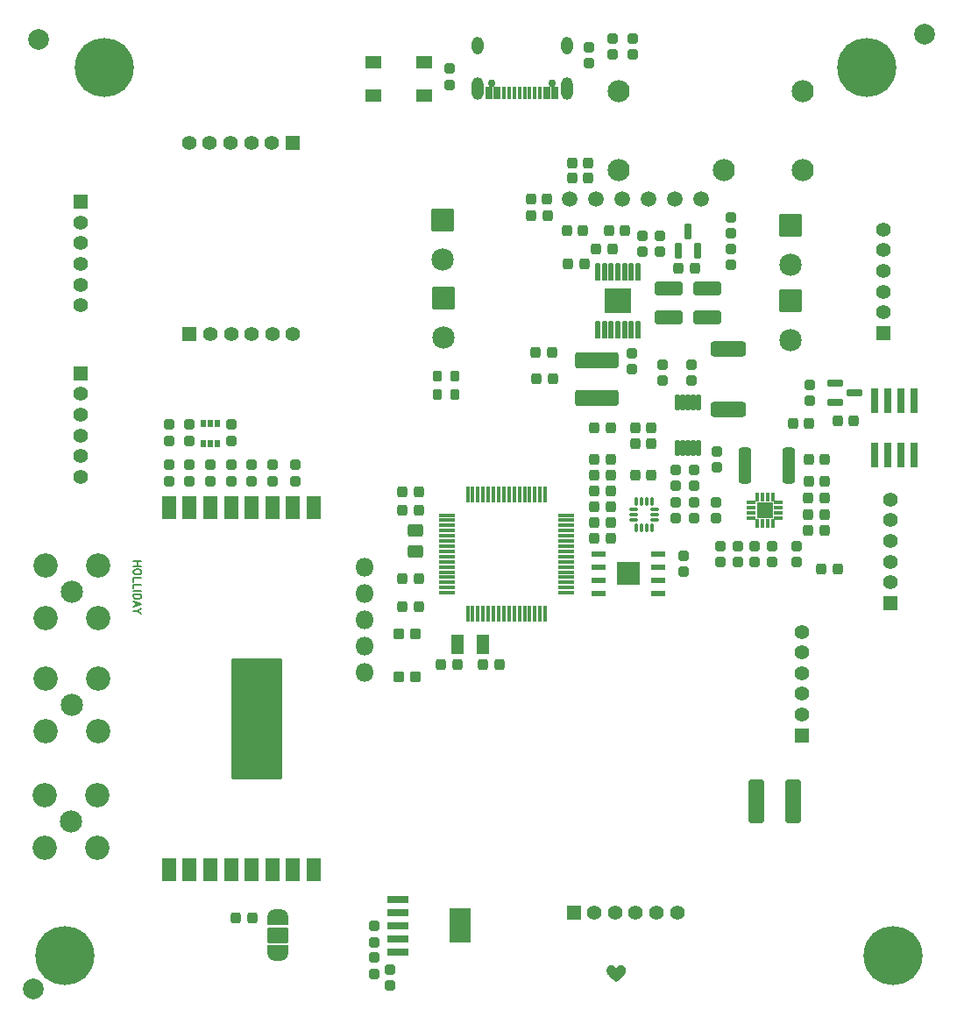
<source format=gts>
%TF.GenerationSoftware,KiCad,Pcbnew,(6.0.5)*%
%TF.CreationDate,2022-07-09T20:18:52-07:00*%
%TF.ProjectId,mainboard,6d61696e-626f-4617-9264-2e6b69636164,rev?*%
%TF.SameCoordinates,Original*%
%TF.FileFunction,Soldermask,Top*%
%TF.FilePolarity,Negative*%
%FSLAX46Y46*%
G04 Gerber Fmt 4.6, Leading zero omitted, Abs format (unit mm)*
G04 Created by KiCad (PCBNEW (6.0.5)) date 2022-07-09 20:18:52*
%MOMM*%
%LPD*%
G01*
G04 APERTURE LIST*
G04 Aperture macros list*
%AMRoundRect*
0 Rectangle with rounded corners*
0 $1 Rounding radius*
0 $2 $3 $4 $5 $6 $7 $8 $9 X,Y pos of 4 corners*
0 Add a 4 corners polygon primitive as box body*
4,1,4,$2,$3,$4,$5,$6,$7,$8,$9,$2,$3,0*
0 Add four circle primitives for the rounded corners*
1,1,$1+$1,$2,$3*
1,1,$1+$1,$4,$5*
1,1,$1+$1,$6,$7*
1,1,$1+$1,$8,$9*
0 Add four rect primitives between the rounded corners*
20,1,$1+$1,$2,$3,$4,$5,0*
20,1,$1+$1,$4,$5,$6,$7,0*
20,1,$1+$1,$6,$7,$8,$9,0*
20,1,$1+$1,$8,$9,$2,$3,0*%
%AMFreePoly0*
4,1,42,0.785921,0.985921,0.800800,0.950000,0.800800,-0.950000,0.785921,-0.985921,0.750000,-1.000800,0.000000,-1.000800,-0.012493,-0.995625,-0.095799,-0.994317,-0.107892,-0.992660,-0.270578,-0.949981,-0.281927,-0.945488,-0.429737,-0.865233,-0.439686,-0.858162,-0.564086,-0.744967,-0.572062,-0.735727,-0.665870,-0.596126,-0.671411,-0.585251,-0.729211,-0.427304,-0.731998,-0.415421,-0.749646,-0.255575,
-0.748541,-0.255453,-0.750800,-0.250000,-0.750800,0.250000,-0.750374,0.251027,-0.750455,0.251757,-0.750327,0.263961,-0.728373,0.430714,-0.725338,0.442536,-0.664242,0.599239,-0.658474,0.609996,-0.561763,0.747601,-0.553596,0.756672,-0.426853,0.867237,-0.416757,0.874098,-0.267299,0.951239,-0.255859,0.955493,-0.092315,0.994757,-0.080190,0.996160,-0.012063,0.995804,0.000000,1.000800,
0.750000,1.000800,0.785921,0.985921,0.785921,0.985921,$1*%
%AMFreePoly1*
4,1,41,0.012372,0.995676,0.087999,0.995279,0.100109,0.993750,0.263234,0.952776,0.274629,0.948401,0.423270,0.869699,0.433293,0.862733,0.558872,0.750847,0.566944,0.741691,0.662209,0.603080,0.667864,0.592263,0.727315,0.434929,0.730226,0.423076,0.750432,0.256103,0.750800,0.250000,0.750800,-0.250000,0.750797,-0.250534,0.750643,-0.265194,0.750139,-0.271818,0.726441,-0.438331,
0.723282,-0.450121,0.660549,-0.606176,0.654669,-0.616872,0.556522,-0.753457,0.548260,-0.762442,0.420366,-0.871674,0.410200,-0.878428,0.259943,-0.954000,0.248458,-0.958135,0.084511,-0.995683,0.072372,-0.996959,0.011580,-0.996004,0.000000,-1.000800,-0.750000,-1.000800,-0.785921,-0.985921,-0.800800,-0.950000,-0.800800,0.950000,-0.785921,0.985921,-0.750000,1.000800,0.000000,1.000800,
0.012372,0.995676,0.012372,0.995676,$1*%
G04 Aperture macros list end*
%ADD10C,0.190500*%
%ADD11RoundRect,0.269550X0.218750X0.256250X-0.218750X0.256250X-0.218750X-0.256250X0.218750X-0.256250X0*%
%ADD12RoundRect,0.269550X-0.256250X0.218750X-0.256250X-0.218750X0.256250X-0.218750X0.256250X0.218750X0*%
%ADD13RoundRect,0.269550X-0.218750X-0.256250X0.218750X-0.256250X0.218750X0.256250X-0.218750X0.256250X0*%
%ADD14RoundRect,0.269550X0.256250X-0.218750X0.256250X0.218750X-0.256250X0.218750X-0.256250X-0.218750X0*%
%ADD15RoundRect,0.063500X-0.152400X0.800100X-0.152400X-0.800100X0.152400X-0.800100X0.152400X0.800100X0*%
%ADD16RoundRect,0.063500X-1.230000X1.155000X-1.230000X-1.155000X1.230000X-1.155000X1.230000X1.155000X0*%
%ADD17RoundRect,0.063500X-0.660400X0.279400X-0.660400X-0.279400X0.660400X-0.279400X0.660400X0.279400X0*%
%ADD18RoundRect,0.050800X0.150000X0.737500X-0.150000X0.737500X-0.150000X-0.737500X0.150000X-0.737500X0*%
%ADD19RoundRect,0.050800X0.737500X-0.150000X0.737500X0.150000X-0.737500X0.150000X-0.737500X-0.150000X0*%
%ADD20RoundRect,0.050800X0.304800X1.104900X-0.304800X1.104900X-0.304800X-1.104900X0.304800X-1.104900X0*%
%ADD21RoundRect,0.300800X-0.312500X-1.450000X0.312500X-1.450000X0.312500X1.450000X-0.312500X1.450000X0*%
%ADD22O,1.801600X1.801600*%
%ADD23RoundRect,0.063500X-0.600000X-0.225000X0.600000X-0.225000X0.600000X0.225000X-0.600000X0.225000X0*%
%ADD24RoundRect,0.063500X1.050000X-1.050000X1.050000X1.050000X-1.050000X1.050000X-1.050000X-1.050000X0*%
%ADD25RoundRect,0.063500X-0.350000X0.125000X-0.350000X-0.125000X0.350000X-0.125000X0.350000X0.125000X0*%
%ADD26RoundRect,0.063500X0.125000X0.350000X-0.125000X0.350000X-0.125000X-0.350000X0.125000X-0.350000X0*%
%ADD27RoundRect,0.063500X0.350000X-0.125000X0.350000X0.125000X-0.350000X0.125000X-0.350000X-0.125000X0*%
%ADD28RoundRect,0.063500X-0.125000X-0.350000X0.125000X-0.350000X0.125000X0.350000X-0.125000X0.350000X0*%
%ADD29RoundRect,0.063500X0.725000X-0.725000X0.725000X0.725000X-0.725000X0.725000X-0.725000X-0.725000X0*%
%ADD30C,5.701600*%
%ADD31C,2.000000*%
%ADD32C,2.133600*%
%ADD33C,2.151600*%
%ADD34C,2.351600*%
%ADD35RoundRect,0.050800X0.750000X0.500000X-0.750000X0.500000X-0.750000X-0.500000X0.750000X-0.500000X0*%
%ADD36RoundRect,0.050800X-0.125000X-0.337500X0.125000X-0.337500X0.125000X0.337500X-0.125000X0.337500X0*%
%ADD37RoundRect,0.050800X-0.337500X0.125000X-0.337500X-0.125000X0.337500X-0.125000X0.337500X0.125000X0*%
%ADD38RoundRect,0.300800X-0.450000X0.325000X-0.450000X-0.325000X0.450000X-0.325000X0.450000X0.325000X0*%
%ADD39RoundRect,0.050800X0.500000X0.900000X-0.500000X0.900000X-0.500000X-0.900000X0.500000X-0.900000X0*%
%ADD40RoundRect,0.063500X-1.016000X1.016000X-1.016000X-1.016000X1.016000X-1.016000X1.016000X1.016000X0*%
%ADD41C,2.159000*%
%ADD42RoundRect,0.300800X-1.425000X0.425000X-1.425000X-0.425000X1.425000X-0.425000X1.425000X0.425000X0*%
%ADD43RoundRect,0.383800X-1.767000X0.417000X-1.767000X-0.417000X1.767000X-0.417000X1.767000X0.417000X0*%
%ADD44RoundRect,0.063500X-0.279400X-0.660400X0.279400X-0.660400X0.279400X0.660400X-0.279400X0.660400X0*%
%ADD45RoundRect,0.300800X1.075000X-0.375000X1.075000X0.375000X-1.075000X0.375000X-1.075000X-0.375000X0*%
%ADD46RoundRect,0.050800X-0.165100X0.675000X-0.165100X-0.675000X0.165100X-0.675000X0.165100X0.675000X0*%
%ADD47RoundRect,0.063500X-0.650000X1.000000X-0.650000X-1.000000X0.650000X-1.000000X0.650000X1.000000X0*%
%ADD48RoundRect,0.063500X-2.350000X5.750000X-2.350000X-5.750000X2.350000X-5.750000X2.350000X5.750000X0*%
%ADD49RoundRect,0.050800X0.450000X-0.450000X0.450000X0.450000X-0.450000X0.450000X-0.450000X-0.450000X0*%
%ADD50RoundRect,0.050800X0.200000X-0.325000X0.200000X0.325000X-0.200000X0.325000X-0.200000X-0.325000X0*%
%ADD51RoundRect,0.050800X1.000000X-0.325000X1.000000X0.325000X-1.000000X0.325000X-1.000000X-0.325000X0*%
%ADD52RoundRect,0.050800X-1.000000X-1.600000X1.000000X-1.600000X1.000000X1.600000X-1.000000X1.600000X0*%
%ADD53FreePoly0,270.000000*%
%ADD54RoundRect,0.050800X-0.950000X0.700000X-0.950000X-0.700000X0.950000X-0.700000X0.950000X0.700000X0*%
%ADD55FreePoly1,270.000000*%
%ADD56C,0.751600*%
%ADD57RoundRect,0.050800X0.300000X0.575000X-0.300000X0.575000X-0.300000X-0.575000X0.300000X-0.575000X0*%
%ADD58RoundRect,0.050800X0.150000X0.575000X-0.150000X0.575000X-0.150000X-0.575000X0.150000X-0.575000X0*%
%ADD59O,1.101600X2.201600*%
%ADD60O,1.101600X1.701600*%
%ADD61RoundRect,0.250800X0.200000X0.275000X-0.200000X0.275000X-0.200000X-0.275000X0.200000X-0.275000X0*%
%ADD62RoundRect,0.383800X0.417000X1.767000X-0.417000X1.767000X-0.417000X-1.767000X0.417000X-1.767000X0*%
%ADD63RoundRect,0.050800X-0.654000X0.654000X-0.654000X-0.654000X0.654000X-0.654000X0.654000X0.654000X0*%
%ADD64C,1.409600*%
%ADD65RoundRect,0.050800X0.654000X0.654000X-0.654000X0.654000X-0.654000X-0.654000X0.654000X-0.654000X0*%
%ADD66RoundRect,0.050800X0.654000X-0.654000X0.654000X0.654000X-0.654000X0.654000X-0.654000X-0.654000X0*%
%ADD67RoundRect,0.050800X-0.654000X-0.654000X0.654000X-0.654000X0.654000X0.654000X-0.654000X0.654000X0*%
%ADD68C,1.501600*%
G04 APERTURE END LIST*
D10*
X110018285Y-105246714D02*
X110780285Y-105246714D01*
X110417428Y-105246714D02*
X110417428Y-105682142D01*
X110018285Y-105682142D02*
X110780285Y-105682142D01*
X110780285Y-106190142D02*
X110780285Y-106335285D01*
X110744000Y-106407857D01*
X110671428Y-106480428D01*
X110526285Y-106516714D01*
X110272285Y-106516714D01*
X110127142Y-106480428D01*
X110054571Y-106407857D01*
X110018285Y-106335285D01*
X110018285Y-106190142D01*
X110054571Y-106117571D01*
X110127142Y-106045000D01*
X110272285Y-106008714D01*
X110526285Y-106008714D01*
X110671428Y-106045000D01*
X110744000Y-106117571D01*
X110780285Y-106190142D01*
X110018285Y-107206142D02*
X110018285Y-106843285D01*
X110780285Y-106843285D01*
X110018285Y-107823000D02*
X110018285Y-107460142D01*
X110780285Y-107460142D01*
X110018285Y-108077000D02*
X110780285Y-108077000D01*
X110018285Y-108439857D02*
X110780285Y-108439857D01*
X110780285Y-108621285D01*
X110744000Y-108730142D01*
X110671428Y-108802714D01*
X110598857Y-108839000D01*
X110453714Y-108875285D01*
X110344857Y-108875285D01*
X110199714Y-108839000D01*
X110127142Y-108802714D01*
X110054571Y-108730142D01*
X110018285Y-108621285D01*
X110018285Y-108439857D01*
X110236000Y-109165571D02*
X110236000Y-109528428D01*
X110018285Y-109093000D02*
X110780285Y-109347000D01*
X110018285Y-109601000D01*
X110381142Y-110000142D02*
X110018285Y-110000142D01*
X110780285Y-109746142D02*
X110381142Y-110000142D01*
X110780285Y-110254142D01*
G36*
X156265343Y-144220440D02*
G01*
X156266229Y-144220591D01*
X156309752Y-144230090D01*
X156350780Y-144243475D01*
X156390306Y-144261330D01*
X156429322Y-144284239D01*
X156468821Y-144312786D01*
X156509795Y-144347553D01*
X156553236Y-144389125D01*
X156553847Y-144389739D01*
X156586176Y-144423718D01*
X156612457Y-144454772D01*
X156633673Y-144484134D01*
X156647806Y-144507496D01*
X156654961Y-144518800D01*
X156660527Y-144524524D01*
X156663676Y-144523968D01*
X156664086Y-144521240D01*
X156666432Y-144515450D01*
X156672815Y-144504646D01*
X156682258Y-144490263D01*
X156693779Y-144473738D01*
X156706399Y-144456505D01*
X156719138Y-144440000D01*
X156721813Y-144436666D01*
X156745987Y-144408999D01*
X156774463Y-144380055D01*
X156805666Y-144351179D01*
X156838027Y-144323714D01*
X156869972Y-144299005D01*
X156899930Y-144278395D01*
X156922232Y-144265326D01*
X156976608Y-144241191D01*
X157032828Y-144224766D01*
X157090168Y-144216059D01*
X157147905Y-144215077D01*
X157205314Y-144221827D01*
X157261671Y-144236315D01*
X157316252Y-144258550D01*
X157322008Y-144261414D01*
X157373637Y-144292090D01*
X157420881Y-144329323D01*
X157463327Y-144372530D01*
X157500565Y-144421126D01*
X157532183Y-144474531D01*
X157557769Y-144532159D01*
X157576913Y-144593429D01*
X157585747Y-144635170D01*
X157589350Y-144666171D01*
X157590679Y-144702293D01*
X157589820Y-144740837D01*
X157586862Y-144779101D01*
X157581893Y-144814386D01*
X157579561Y-144826150D01*
X157562914Y-144887405D01*
X157539158Y-144951271D01*
X157508640Y-145017012D01*
X157471703Y-145083892D01*
X157428696Y-145151177D01*
X157422502Y-145160166D01*
X157395576Y-145197962D01*
X157369949Y-145232072D01*
X157346724Y-145261046D01*
X157338411Y-145270807D01*
X157328811Y-145281844D01*
X157316185Y-145296365D01*
X157302864Y-145311686D01*
X157299392Y-145315681D01*
X157272010Y-145346191D01*
X157239904Y-145380308D01*
X157204660Y-145416446D01*
X157167863Y-145453017D01*
X157131097Y-145488435D01*
X157095948Y-145521113D01*
X157078752Y-145536571D01*
X157046651Y-145564761D01*
X157015682Y-145591344D01*
X156984803Y-145617151D01*
X156952970Y-145643011D01*
X156919140Y-145669753D01*
X156882270Y-145698207D01*
X156841317Y-145729202D01*
X156795237Y-145763569D01*
X156768268Y-145783517D01*
X156756074Y-145792304D01*
X156740803Y-145802999D01*
X156723807Y-145814692D01*
X156706434Y-145826477D01*
X156690034Y-145837445D01*
X156675958Y-145846689D01*
X156665554Y-145853301D01*
X156660172Y-145856373D01*
X156659773Y-145856483D01*
X156655885Y-145854230D01*
X156646574Y-145848276D01*
X156633184Y-145839494D01*
X156617063Y-145828759D01*
X156615059Y-145827416D01*
X156527772Y-145766664D01*
X156441753Y-145702557D01*
X156357792Y-145635812D01*
X156276679Y-145567146D01*
X156199203Y-145497278D01*
X156126155Y-145426923D01*
X156058322Y-145356800D01*
X155996496Y-145287625D01*
X155941465Y-145220116D01*
X155930009Y-145205108D01*
X155877886Y-145131403D01*
X155833523Y-145058994D01*
X155796951Y-144987960D01*
X155768201Y-144918384D01*
X155747304Y-144850347D01*
X155734292Y-144783930D01*
X155729196Y-144719214D01*
X155729764Y-144684656D01*
X155735273Y-144630988D01*
X155746499Y-144579319D01*
X155763976Y-144527700D01*
X155786223Y-144478197D01*
X155817078Y-144424532D01*
X155853268Y-144376237D01*
X155894213Y-144333621D01*
X155939335Y-144296996D01*
X155988054Y-144266671D01*
X156039791Y-144242958D01*
X156093968Y-144226168D01*
X156150005Y-144216611D01*
X156207323Y-144214598D01*
X156265343Y-144220440D01*
G37*
D11*
X176809500Y-95377000D03*
X175234500Y-95377000D03*
D12*
X174053500Y-103733500D03*
X174053500Y-105308500D03*
D13*
X176475600Y-105966096D03*
X178050600Y-105966096D03*
D14*
X168402000Y-105308500D03*
X168402000Y-103733500D03*
D13*
X175205600Y-99097896D03*
X176780600Y-99097896D03*
X175205600Y-102235000D03*
X176780600Y-102235000D03*
D12*
X166291134Y-99501696D03*
X166291134Y-101076696D03*
D13*
X178028500Y-91694000D03*
X179603500Y-91694000D03*
D15*
X158766134Y-77289496D03*
X158116121Y-77289496D03*
X157466112Y-77289496D03*
X156816100Y-77289496D03*
X156166088Y-77289496D03*
X155516079Y-77289496D03*
X154866066Y-77289496D03*
X154866066Y-82826696D03*
X155516079Y-82826696D03*
X156166088Y-82826696D03*
X156816100Y-82826696D03*
X157466112Y-82826696D03*
X158116121Y-82826696D03*
X158766134Y-82826696D03*
D16*
X156816100Y-80058096D03*
D13*
X148945500Y-87630000D03*
X150520500Y-87630000D03*
X148853100Y-85090000D03*
X150428100Y-85090000D03*
D14*
X158178500Y-86703000D03*
X158178500Y-85128000D03*
D11*
X153568500Y-76517500D03*
X151993500Y-76517500D03*
X156299000Y-75057000D03*
X154724000Y-75057000D03*
D17*
X177783800Y-87995596D03*
X177783800Y-89900596D03*
X179663400Y-88948096D03*
D12*
X166751000Y-103733500D03*
X166751000Y-105308500D03*
D13*
X162661500Y-76962000D03*
X164236500Y-76962000D03*
D18*
X142300000Y-110259000D03*
X142800000Y-110259000D03*
X143300000Y-110259000D03*
X143800000Y-110259000D03*
X144300000Y-110259000D03*
X144800000Y-110259000D03*
X145300000Y-110259000D03*
X145800000Y-110259000D03*
X146300000Y-110259000D03*
X146800000Y-110259000D03*
X147300000Y-110259000D03*
X147800000Y-110259000D03*
X148300000Y-110259000D03*
X148800000Y-110259000D03*
X149300000Y-110259000D03*
X149800000Y-110259000D03*
D19*
X151788000Y-108271000D03*
X151788000Y-107771000D03*
X151788000Y-107271000D03*
X151788000Y-106771000D03*
X151788000Y-106271000D03*
X151788000Y-105771000D03*
X151788000Y-105271000D03*
X151788000Y-104771000D03*
X151788000Y-104271000D03*
X151788000Y-103771000D03*
X151788000Y-103271000D03*
X151788000Y-102771000D03*
X151788000Y-102271000D03*
X151788000Y-101771000D03*
X151788000Y-101271000D03*
X151788000Y-100771000D03*
D18*
X149800000Y-98783000D03*
X149300000Y-98783000D03*
X148800000Y-98783000D03*
X148300000Y-98783000D03*
X147800000Y-98783000D03*
X147300000Y-98783000D03*
X146800000Y-98783000D03*
X146300000Y-98783000D03*
X145800000Y-98783000D03*
X145300000Y-98783000D03*
X144800000Y-98783000D03*
X144300000Y-98783000D03*
X143800000Y-98783000D03*
X143300000Y-98783000D03*
X142800000Y-98783000D03*
X142300000Y-98783000D03*
D19*
X140312000Y-100771000D03*
X140312000Y-101271000D03*
X140312000Y-101771000D03*
X140312000Y-102271000D03*
X140312000Y-102771000D03*
X140312000Y-103271000D03*
X140312000Y-103771000D03*
X140312000Y-104271000D03*
X140312000Y-104771000D03*
X140312000Y-105271000D03*
X140312000Y-105771000D03*
X140312000Y-106271000D03*
X140312000Y-106771000D03*
X140312000Y-107271000D03*
X140312000Y-107771000D03*
X140312000Y-108271000D03*
D20*
X185420000Y-89712800D03*
X184150000Y-89712800D03*
X182880000Y-89712800D03*
X181610000Y-89712800D03*
X181610000Y-94945200D03*
X182880000Y-94945200D03*
X184150000Y-94945200D03*
X185420000Y-94945200D03*
D21*
X169058500Y-96012000D03*
X173333500Y-96012000D03*
D13*
X135991500Y-100330000D03*
X137566500Y-100330000D03*
D22*
X132384800Y-105816400D03*
X132384800Y-108356400D03*
X132384800Y-110896400D03*
X132384800Y-113436400D03*
X132384800Y-115976400D03*
D23*
X154996000Y-104521000D03*
X154996000Y-105791000D03*
X154996000Y-107061000D03*
X154996000Y-108331000D03*
X160726000Y-108331000D03*
X160726000Y-107061000D03*
X160726000Y-105791000D03*
X160726000Y-104521000D03*
D24*
X157861000Y-106426000D03*
D13*
X154533500Y-95377000D03*
X156108500Y-95377000D03*
D25*
X172316100Y-101046496D03*
X172316100Y-100546496D03*
X172316100Y-100046496D03*
X172316100Y-99546496D03*
D26*
X171766100Y-98996496D03*
X171266100Y-98996496D03*
X170766100Y-98996496D03*
X170266100Y-98996496D03*
D27*
X169716100Y-99546496D03*
X169716100Y-100046496D03*
X169716100Y-100546496D03*
X169716100Y-101046496D03*
D28*
X170266100Y-101596496D03*
X170766100Y-101596496D03*
X171266100Y-101596496D03*
X171766100Y-101596496D03*
D29*
X171016100Y-100296496D03*
D11*
X137566500Y-109601000D03*
X135991500Y-109601000D03*
D30*
X107236100Y-57564100D03*
X103426100Y-143294100D03*
X183426100Y-143294100D03*
X180896100Y-57564100D03*
D31*
X100330000Y-146558000D03*
D32*
X156892300Y-67485096D03*
X156892300Y-59865096D03*
X167052300Y-67485096D03*
X174672300Y-59865096D03*
X174672300Y-67485096D03*
D14*
X154051000Y-57155500D03*
X154051000Y-55580500D03*
D12*
X158254700Y-54711500D03*
X158254700Y-56286500D03*
D33*
X104076500Y-108204000D03*
D34*
X101536500Y-105664000D03*
X106616500Y-105664000D03*
X106616500Y-110744000D03*
X101536500Y-110744000D03*
D11*
X153949500Y-66776600D03*
X152374500Y-66776600D03*
D13*
X148437500Y-71818500D03*
X150012500Y-71818500D03*
D12*
X159194500Y-73761500D03*
X159194500Y-75336500D03*
D13*
X151866500Y-73279000D03*
X153441500Y-73279000D03*
D33*
X103949500Y-130365500D03*
D34*
X106489500Y-127825500D03*
X101409500Y-132905500D03*
X106489500Y-132905500D03*
X101409500Y-127825500D03*
D33*
X104076500Y-119126000D03*
D34*
X101536500Y-116586000D03*
X101536500Y-121666000D03*
X106616500Y-121666000D03*
X106616500Y-116586000D03*
D35*
X138086000Y-60274000D03*
X138086000Y-57074000D03*
X133186000Y-57074000D03*
X133186000Y-60274000D03*
D11*
X156108500Y-102997000D03*
X154533500Y-102997000D03*
D12*
X162433000Y-99501696D03*
X162433000Y-101076696D03*
D36*
X158635000Y-101973000D03*
X159135000Y-101973000D03*
X159635000Y-101973000D03*
X160135000Y-101973000D03*
D37*
X160397000Y-101211000D03*
X160397000Y-100711000D03*
X160397000Y-100211000D03*
D36*
X160135000Y-99449000D03*
X159635000Y-99449000D03*
X159135000Y-99449000D03*
X158635000Y-99449000D03*
D37*
X158373000Y-100211000D03*
X158373000Y-100711000D03*
X158373000Y-101211000D03*
D14*
X164211000Y-101076696D03*
X164211000Y-99501696D03*
D12*
X163195000Y-104670596D03*
X163195000Y-106245596D03*
D13*
X135991500Y-106934000D03*
X137566500Y-106934000D03*
D11*
X137566500Y-98552000D03*
X135991500Y-98552000D03*
D38*
X137287000Y-102226000D03*
X137287000Y-104276000D03*
D13*
X175205600Y-100700296D03*
X176780600Y-100700296D03*
X175234500Y-97536000D03*
X176809500Y-97536000D03*
D14*
X140589000Y-59207500D03*
X140589000Y-57632500D03*
D11*
X157505500Y-73279000D03*
X155930500Y-73279000D03*
D13*
X148399500Y-70231000D03*
X149974500Y-70231000D03*
X154533500Y-99949000D03*
X156108500Y-99949000D03*
X154533500Y-101473000D03*
X156108500Y-101473000D03*
D11*
X160045500Y-96901000D03*
X158470500Y-96901000D03*
X156108500Y-98425000D03*
X154533500Y-98425000D03*
D14*
X162433000Y-97942500D03*
X162433000Y-96367500D03*
X164211000Y-97942500D03*
X164211000Y-96367500D03*
D13*
X158470500Y-93853000D03*
X160045500Y-93853000D03*
D14*
X166370000Y-96164500D03*
X166370000Y-94589500D03*
D11*
X156108500Y-96901000D03*
X154533500Y-96901000D03*
D13*
X143789300Y-115183920D03*
X145364300Y-115183920D03*
D39*
X141294800Y-113278920D03*
X143794800Y-113278920D03*
D11*
X141300300Y-115183920D03*
X139725300Y-115183920D03*
D13*
X154533500Y-92329000D03*
X156108500Y-92329000D03*
D40*
X173532800Y-80035400D03*
D41*
X173532800Y-83891000D03*
D14*
X160909000Y-75336500D03*
X160909000Y-73761500D03*
X156293500Y-56286500D03*
X156293500Y-54711500D03*
D42*
X167513000Y-84730000D03*
X167513000Y-90530000D03*
D43*
X154813000Y-85830000D03*
X154813000Y-89430000D03*
D44*
X162623500Y-75234800D03*
X164528500Y-75234800D03*
X163576000Y-73355200D03*
D40*
X139954000Y-79781400D03*
D41*
X139954000Y-83637000D03*
D11*
X175285500Y-91948000D03*
X173710500Y-91948000D03*
D12*
X175387000Y-88160596D03*
X175387000Y-89735596D03*
D45*
X161769100Y-81712096D03*
X161769100Y-78912096D03*
X165481000Y-81712096D03*
X165481000Y-78912096D03*
D13*
X158470500Y-92329000D03*
X160045500Y-92329000D03*
D12*
X167767000Y-71983500D03*
X167767000Y-73558500D03*
X163957000Y-86207500D03*
X163957000Y-87782500D03*
D46*
X164576001Y-89905000D03*
X164075999Y-89905000D03*
X163576000Y-89905000D03*
X163076001Y-89905000D03*
X162575999Y-89905000D03*
X162575999Y-94255000D03*
X163076001Y-94255000D03*
X163576000Y-94255000D03*
X164075999Y-94255000D03*
X164576001Y-94255000D03*
D47*
X113438600Y-135011500D03*
X115438600Y-135011500D03*
X117438600Y-135011500D03*
X119438600Y-135011500D03*
X121438600Y-135011500D03*
X123438600Y-135011500D03*
X125438600Y-135011500D03*
X127438600Y-135011500D03*
X127438600Y-100011500D03*
X125438600Y-100011500D03*
X123438600Y-100011500D03*
X121438600Y-100011500D03*
X119438600Y-100011500D03*
X117438600Y-100011500D03*
X115438600Y-100011500D03*
X113438600Y-100011500D03*
D48*
X121938600Y-120411500D03*
D12*
X133266000Y-143484500D03*
X133266000Y-145059500D03*
X170053000Y-103733500D03*
X170053000Y-105308500D03*
X171703040Y-103733500D03*
X171703040Y-105308500D03*
D49*
X135661500Y-112250000D03*
X135661500Y-116350000D03*
X137261500Y-112250000D03*
X137261500Y-116350000D03*
D14*
X167767000Y-76606500D03*
X167767000Y-75031500D03*
X115438600Y-97498000D03*
X115438600Y-95923000D03*
X113438600Y-97498000D03*
X113438600Y-95923000D03*
D12*
X119438600Y-95923000D03*
X119438600Y-97498000D03*
D14*
X121438600Y-97498000D03*
X121438600Y-95923000D03*
X113438600Y-93586400D03*
X113438600Y-92011400D03*
X119438600Y-93586400D03*
X119438600Y-92011400D03*
D50*
X116788600Y-93850500D03*
X117438600Y-93850500D03*
X118088600Y-93850500D03*
X118088600Y-91950500D03*
X117438600Y-91950500D03*
X116788600Y-91950500D03*
D12*
X115438600Y-92011400D03*
X115438600Y-93586400D03*
X117438600Y-95923000D03*
X117438600Y-97498000D03*
X123438600Y-95923000D03*
X123438600Y-97498000D03*
D14*
X125666500Y-97498000D03*
X125666500Y-95923000D03*
D51*
X135600000Y-137922000D03*
X135600000Y-139192000D03*
X135600000Y-140462000D03*
X135600000Y-141732000D03*
X135600000Y-143002000D03*
D52*
X141600000Y-140462000D03*
D53*
X123939300Y-139625600D03*
D54*
X123939300Y-141325600D03*
D55*
X123939300Y-143025600D03*
D13*
X119913300Y-139674600D03*
X121488300Y-139674600D03*
D12*
X134790000Y-144627500D03*
X134790000Y-146202500D03*
X133266000Y-140436500D03*
X133266000Y-142011500D03*
D13*
X152374500Y-68199000D03*
X153949500Y-68199000D03*
D12*
X161163000Y-86207500D03*
X161163000Y-87782500D03*
D56*
X144662000Y-59063000D03*
X150442000Y-59063000D03*
D57*
X150752000Y-60038000D03*
X149952000Y-60038000D03*
D58*
X148802000Y-60038000D03*
X147802000Y-60038000D03*
X147302000Y-60038000D03*
X146302000Y-60038000D03*
D57*
X145152000Y-60038000D03*
X144352000Y-60038000D03*
D58*
X145802000Y-60038000D03*
X146802000Y-60038000D03*
X148302000Y-60038000D03*
X149302000Y-60038000D03*
D59*
X143232000Y-59563000D03*
X151872000Y-59563000D03*
D60*
X151872000Y-55413000D03*
X143232000Y-55413000D03*
D61*
X141033000Y-89154000D03*
X139383000Y-89154000D03*
X141033000Y-87376000D03*
X139383000Y-87376000D03*
D62*
X173758000Y-128397000D03*
X170158000Y-128397000D03*
D63*
X182473600Y-83181200D03*
D64*
X182473600Y-81181200D03*
X182473600Y-79181200D03*
X182473600Y-77181200D03*
X182473600Y-75181200D03*
X182473600Y-73181200D03*
D63*
X174561500Y-122030500D03*
D64*
X174561500Y-120030500D03*
X174561500Y-118030500D03*
X174561500Y-116030500D03*
X174561500Y-114030500D03*
X174561500Y-112030500D03*
D63*
X183134000Y-109267000D03*
D64*
X183134000Y-107267000D03*
X183134000Y-105267000D03*
X183134000Y-103267000D03*
X183134000Y-101267000D03*
X183134000Y-99267000D03*
D65*
X152543500Y-139128500D03*
D64*
X154543500Y-139128500D03*
X156543500Y-139128500D03*
X158543500Y-139128500D03*
X160543500Y-139128500D03*
X162543500Y-139128500D03*
D66*
X104902000Y-70501500D03*
D64*
X104902000Y-72501500D03*
X104902000Y-74501500D03*
X104902000Y-76501500D03*
X104902000Y-78501500D03*
X104902000Y-80501500D03*
D65*
X115446800Y-83312000D03*
D64*
X117446800Y-83312000D03*
X119446800Y-83312000D03*
X121446800Y-83312000D03*
X123446800Y-83312000D03*
X125446800Y-83312000D03*
D67*
X125396000Y-64820800D03*
D64*
X123396000Y-64820800D03*
X121396000Y-64820800D03*
X119396000Y-64820800D03*
X117396000Y-64820800D03*
X115396000Y-64820800D03*
D66*
X104902000Y-87075000D03*
D64*
X104902000Y-89075000D03*
X104902000Y-91075000D03*
X104902000Y-93075000D03*
X104902000Y-95075000D03*
X104902000Y-97075000D03*
D40*
X139903200Y-72263000D03*
D41*
X139903200Y-76118600D03*
D40*
X173532800Y-72771000D03*
D41*
X173532800Y-76626600D03*
D31*
X186436000Y-54356000D03*
X100838000Y-54864000D03*
D68*
X152146000Y-70231000D03*
X154686000Y-70231000D03*
X157226000Y-70231000D03*
X159766000Y-70231000D03*
X162306000Y-70231000D03*
X164846000Y-70231000D03*
M02*

</source>
